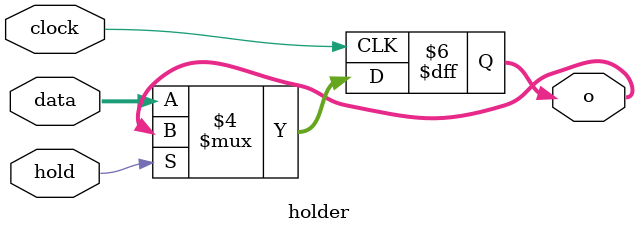
<source format=v>
module holder(data, clock, hold, o);
	output reg [15:0] o;
	input [15:0] data;
	
	input hold;
	input clock;
	
	always@(posedge clock) begin
		if(hold == 0) begin
			o = data;
		end 
	end
endmodule
</source>
